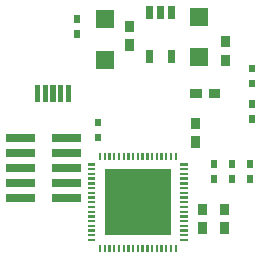
<source format=gtp>
*
*
G04 PADS Layout (Build Number 2008.43.1) generated Gerber (RS-274-X) file*
G04 PC Version=2.1*
*
%IN "digital MEMs USB v103.p"*%
*
%MOIN*%
*
%FSLAX35Y35*%
*
*
*
*
G04 PC Standard Apertures*
*
*
G04 Thermal Relief Aperture macro.*
%AMTER*
1,1,$1,0,0*
1,0,$1-$2,0,0*
21,0,$3,$4,0,0,45*
21,0,$3,$4,0,0,135*
%
*
*
G04 Annular Aperture macro.*
%AMANN*
1,1,$1,0,0*
1,0,$2,0,0*
%
*
*
G04 Odd Aperture macro.*
%AMODD*
1,1,$1,0,0*
1,0,$1-0.005,0,0*
%
*
*
G04 PC Custom Aperture Macros*
*
*
*
*
*
*
G04 PC Aperture Table*
*
%ADD010C,0.001*%
%ADD014R,0.06X0.06*%
%ADD018R,0.03X0.03*%
%ADD036R,0.02X0.02*%
%ADD057R,0.02362X0.02362*%
%ADD074R,0.01772X0.01772*%
%ADD076R,0.00787X0.00787*%
%ADD077R,0.22441X0.22441*%
%ADD078R,0.02992X0.02992*%
*
*
*
*
G04 PC Circuitry*
G04 Layer Name digital MEMs USB v103.p - circuitry*
%LPD*%
*
*
G04 PC Custom Flashes*
G04 Layer Name digital MEMs USB v103.p - flashes*
%LPD*%
*
*
G04 PC Circuitry*
G04 Layer Name digital MEMs USB v103.p - circuitry*
%LPD*%
*
G54D10*
G54D14*
G01X135827Y184703D03*
Y171203D03*
X167323Y171990D03*
Y185490D03*
G54D18*
X166142Y150350D02*
Y149550D01*
Y144150D02*
Y143350D01*
X165791Y159843D02*
X166591D01*
X171991D02*
X172791D01*
X144094Y182634D02*
Y181834D01*
Y176434D02*
Y175634D01*
X175984Y170516D02*
Y171316D01*
Y176716D02*
Y177516D01*
X168504Y114610D02*
Y115410D01*
Y120810D02*
Y121610D01*
X175591Y114610D02*
Y115410D01*
Y120810D02*
Y121610D01*
G54D36*
X133465Y144888D02*
Y145388D01*
Y149888D02*
Y150388D01*
X185039Y151187D02*
Y151687D01*
Y156187D02*
Y156687D01*
Y162998D02*
Y163498D01*
Y167998D02*
Y168498D01*
X126378Y185033D02*
Y184533D01*
Y180033D02*
Y179533D01*
X184252Y131108D02*
Y131608D01*
Y136108D02*
Y136608D01*
X178346Y131108D02*
Y131608D01*
Y136108D02*
Y136608D01*
X172047D02*
Y136108D01*
Y131608D02*
Y131108D01*
G54D57*
X158071Y187795D02*
Y186024D01*
X154331Y187795D02*
Y186024D01*
X150591Y187795D02*
Y186024D01*
Y173031D02*
Y171260D01*
X158071Y173031D02*
Y171260D01*
G54D74*
X123622Y161909D02*
Y157776D01*
X121063Y161909D02*
Y157776D01*
X118504Y161909D02*
Y157776D01*
X115945Y161909D02*
Y157776D01*
X113386Y161909D02*
Y157776D01*
G54D76*
X130709Y136220D02*
X132283D01*
X130709Y134646D02*
X132283D01*
X130709Y133071D02*
X132283D01*
X130709Y131496D02*
X132283D01*
X130709Y129921D02*
X132283D01*
X130709Y128346D02*
X132283D01*
X130709Y126772D02*
X132283D01*
X130709Y125197D02*
X132283D01*
X130709Y123622D02*
X132283D01*
X130709Y122047D02*
X132283D01*
X130709Y120472D02*
X132283D01*
X130709Y118898D02*
X132283D01*
X130709Y117323D02*
X132283D01*
X130709Y115748D02*
X132283D01*
X130709Y114173D02*
X132283D01*
X130709Y112598D02*
X132283D01*
X130709Y111024D02*
X132283D01*
X134252Y107480D02*
Y109055D01*
X135827Y107480D02*
Y109055D01*
X137402Y107480D02*
Y109055D01*
X138976Y107480D02*
Y109055D01*
X140551Y107480D02*
Y109055D01*
X142126Y107480D02*
Y109055D01*
X143701Y107480D02*
Y109055D01*
X145276Y107480D02*
Y109055D01*
X146850Y107480D02*
Y109055D01*
X148425Y107480D02*
Y109055D01*
X150000Y107480D02*
Y109055D01*
X151575Y107480D02*
Y109055D01*
X153150Y107480D02*
Y109055D01*
X154724Y107480D02*
Y109055D01*
X156299Y107480D02*
Y109055D01*
X157874Y107480D02*
Y109055D01*
X159449Y107480D02*
Y109055D01*
X161417Y111024D02*
X162992D01*
X161417Y112598D02*
X162992D01*
X161417Y114173D02*
X162992D01*
X161417Y115748D02*
X162992D01*
X161417Y117323D02*
X162992D01*
X161417Y118898D02*
X162992D01*
X161417Y120472D02*
X162992D01*
X161417Y122047D02*
X162992D01*
X161417Y123622D02*
X162992D01*
X161417Y125197D02*
X162992D01*
X161417Y126772D02*
X162992D01*
X161417Y128346D02*
X162992D01*
X161417Y129921D02*
X162992D01*
X161417Y131496D02*
X162992D01*
X161417Y133071D02*
X162992D01*
X161417Y134646D02*
X162992D01*
X161417Y136220D02*
X162992D01*
X159449Y138189D02*
Y139764D01*
X157874Y138189D02*
Y139764D01*
X156299Y138189D02*
Y139764D01*
X154724Y138189D02*
Y139764D01*
X153150Y138189D02*
Y139764D01*
X151575Y138189D02*
Y139764D01*
X150000Y138189D02*
Y139764D01*
X148425Y138189D02*
Y139764D01*
X146850Y138189D02*
Y139764D01*
X145276Y138189D02*
Y139764D01*
X143701Y138189D02*
Y139764D01*
X142126Y138189D02*
Y139764D01*
X140551Y138189D02*
Y139764D01*
X138976Y138189D02*
Y139764D01*
X137402Y138189D02*
Y139764D01*
X135827Y138189D02*
Y139764D01*
X134252Y138189D02*
Y139764D01*
G54D77*
X146850Y123622D03*
G54D78*
X104449Y145039D02*
X110906D01*
X104449Y140039D02*
X110906D01*
X104449Y135039D02*
X110906D01*
X104449Y130039D02*
X110906D01*
X104449Y125039D02*
X110906D01*
X119803D02*
X126260D01*
X119803Y130039D02*
X126260D01*
X119803Y135039D02*
X126260D01*
X119803Y140039D02*
X126260D01*
X119803Y145039D02*
X126260D01*
X0Y0D02*
M02*

</source>
